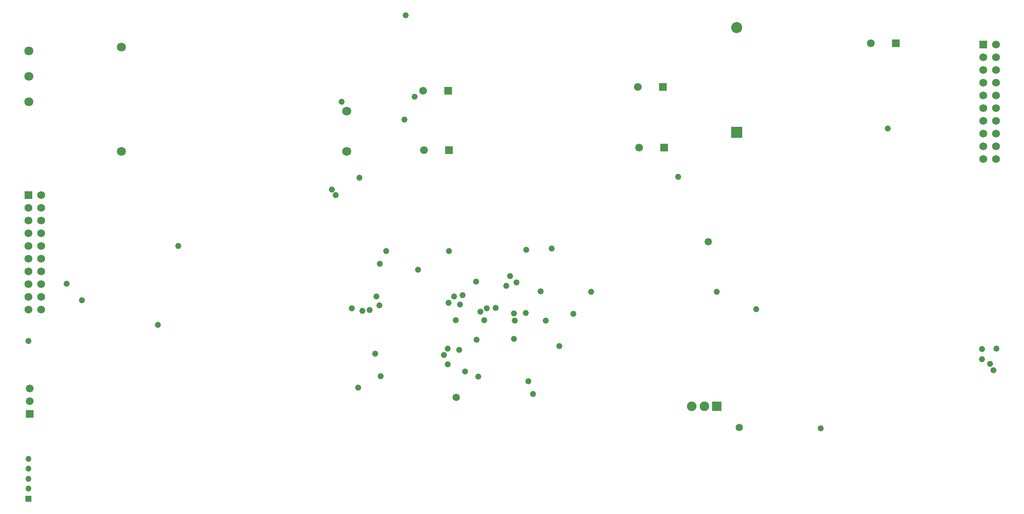
<source format=gbs>
G04*
G04 #@! TF.GenerationSoftware,Altium Limited,Altium Designer,24.8.2 (39)*
G04*
G04 Layer_Color=16711935*
%FSLAX44Y44*%
%MOMM*%
G71*
G04*
G04 #@! TF.SameCoordinates,4885581F-0604-4F09-9491-639391A0AD0E*
G04*
G04*
G04 #@! TF.FilePolarity,Negative*
G04*
G01*
G75*
%ADD44C,1.8034*%
%ADD45R,1.5700X1.5700*%
%ADD46C,1.5700*%
%ADD47C,1.5500*%
%ADD48R,1.5500X1.5500*%
%ADD49C,1.2000*%
%ADD50R,1.2000X1.2000*%
%ADD51R,1.5500X1.5500*%
%ADD52C,2.2000*%
%ADD53R,2.2000X2.2000*%
%ADD54R,1.9032X1.9032*%
%ADD55C,1.9032*%
%ADD56C,1.2192*%
%ADD57C,1.4732*%
D44*
X297180Y1578610D02*
D03*
Y1786610D02*
D03*
X747180Y1658610D02*
D03*
Y1578610D02*
D03*
X113030Y1779270D02*
D03*
Y1728470D02*
D03*
Y1677670D02*
D03*
D45*
X111760Y1490980D02*
D03*
X2016760Y1791970D02*
D03*
D46*
X111760Y1465580D02*
D03*
Y1440180D02*
D03*
Y1414780D02*
D03*
Y1389380D02*
D03*
Y1363980D02*
D03*
Y1338580D02*
D03*
Y1313180D02*
D03*
Y1287780D02*
D03*
Y1262380D02*
D03*
X137160Y1490980D02*
D03*
Y1465580D02*
D03*
Y1440180D02*
D03*
Y1414780D02*
D03*
Y1389380D02*
D03*
Y1363980D02*
D03*
Y1338580D02*
D03*
Y1313180D02*
D03*
Y1287780D02*
D03*
Y1262380D02*
D03*
X2042160Y1563370D02*
D03*
Y1588770D02*
D03*
Y1614170D02*
D03*
Y1639570D02*
D03*
Y1664970D02*
D03*
Y1690370D02*
D03*
Y1715770D02*
D03*
Y1741170D02*
D03*
Y1766570D02*
D03*
Y1791970D02*
D03*
X2016760Y1563370D02*
D03*
Y1588770D02*
D03*
Y1614170D02*
D03*
Y1639570D02*
D03*
Y1664970D02*
D03*
Y1690370D02*
D03*
Y1715770D02*
D03*
Y1741170D02*
D03*
Y1766570D02*
D03*
D47*
X899560Y1699260D02*
D03*
X114300Y1104900D02*
D03*
Y1079500D02*
D03*
X900830Y1581150D02*
D03*
X1792370Y1794510D02*
D03*
X1330490Y1586230D02*
D03*
X1327550Y1706880D02*
D03*
D48*
X949560Y1699260D02*
D03*
X950830Y1581150D02*
D03*
X1842370Y1794510D02*
D03*
X1380490Y1586230D02*
D03*
X1377550Y1706880D02*
D03*
D49*
X111760Y964880D02*
D03*
Y944880D02*
D03*
Y924880D02*
D03*
Y904880D02*
D03*
D50*
Y884880D02*
D03*
D51*
X114300Y1054100D02*
D03*
D52*
X1525270Y1825550D02*
D03*
D53*
Y1616150D02*
D03*
D54*
X1485500Y1069490D02*
D03*
D55*
X1435500D02*
D03*
X1460500D02*
D03*
D56*
X1826260Y1624330D02*
D03*
X864870Y1850390D02*
D03*
X2037080Y1141730D02*
D03*
X2043430Y1184910D02*
D03*
X736600Y1677670D02*
D03*
X948690Y1153160D02*
D03*
X1105154Y1381506D02*
D03*
X1080770Y1254760D02*
D03*
X1065410Y1309878D02*
D03*
X187960Y1314450D02*
D03*
X772524Y1525668D02*
D03*
X882650Y1687830D02*
D03*
X862076Y1641602D02*
D03*
X815086Y1129284D02*
D03*
X1005586Y1318768D02*
D03*
X1026160Y1264920D02*
D03*
X1085850Y1316990D02*
D03*
X1073150Y1329010D02*
D03*
X1134110Y1299210D02*
D03*
X1082040Y1240790D02*
D03*
X218440Y1281430D02*
D03*
X1155954Y1384554D02*
D03*
X1198880Y1254252D02*
D03*
X1080770Y1203960D02*
D03*
X717042Y1502410D02*
D03*
X769620Y1106424D02*
D03*
X1109472Y1119124D02*
D03*
X724662Y1490980D02*
D03*
X370586Y1232154D02*
D03*
X1021080Y1241298D02*
D03*
X889254Y1341882D02*
D03*
X982980Y1139190D02*
D03*
X2030730Y1154430D02*
D03*
X2014220Y1183386D02*
D03*
X948690Y1184910D02*
D03*
X941070Y1172210D02*
D03*
X2014220Y1163320D02*
D03*
X1692546Y1025254D02*
D03*
X1118362Y1093978D02*
D03*
X1144270Y1240790D02*
D03*
X1103884Y1255776D02*
D03*
X964946Y1241552D02*
D03*
X756920Y1264920D02*
D03*
X972820Y1272540D02*
D03*
X778510Y1259840D02*
D03*
X977900Y1291590D02*
D03*
X806450Y1289050D02*
D03*
X1005840Y1202690D02*
D03*
X803910Y1174750D02*
D03*
X792370Y1261872D02*
D03*
X961390Y1289050D02*
D03*
X812292Y1270762D02*
D03*
X949960Y1276350D02*
D03*
X812800Y1353566D02*
D03*
X1485500Y1297940D02*
D03*
X1234694D02*
D03*
X825500Y1378966D02*
D03*
X951230D02*
D03*
X111760Y1200150D02*
D03*
X971550Y1182370D02*
D03*
X1171553Y1189736D02*
D03*
X1043940Y1266190D02*
D03*
X1009650Y1129030D02*
D03*
X1013460Y1258570D02*
D03*
X1564386Y1263396D02*
D03*
X410718Y1389380D02*
D03*
X1408430Y1527810D02*
D03*
D57*
X1468120Y1398270D02*
D03*
X1530350Y1027430D02*
D03*
X965200Y1087120D02*
D03*
M02*

</source>
